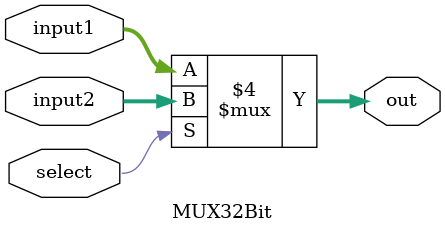
<source format=v>
`ifndef MODULE_MUX32BIT
`define MODULE_MUX32BIT
`timescale 1ns / 1ps


module MUX32Bit(
    input       select,
    input       [31:0]  input1, input2,
    output  reg [31:0]  out
    );
    always @(select or input1 or input2) begin
        if (select == 1'b0)
             out = input1;
        else
            out = input2;
    end
endmodule
`endif
</source>
